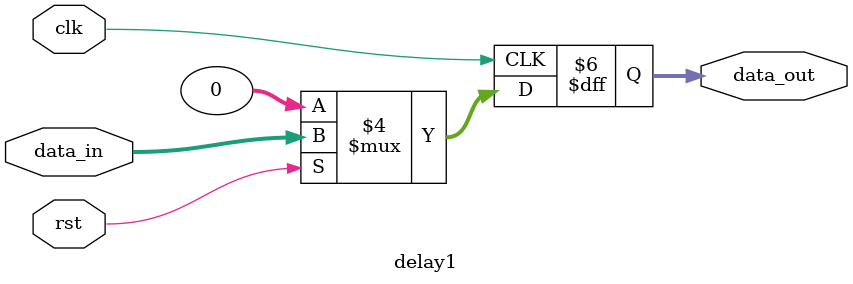
<source format=v>
module delay1(
			input clk,
			input rst,
			input [31:0]data_in,
			output reg[31:0] data_out
			);
	
	always @(posedge clk)
		begin
			if(!rst)
				begin
					data_out <= 32'b0;
				end
			else
				begin
					data_out <= data_in;
				end
		end

endmodule
</source>
